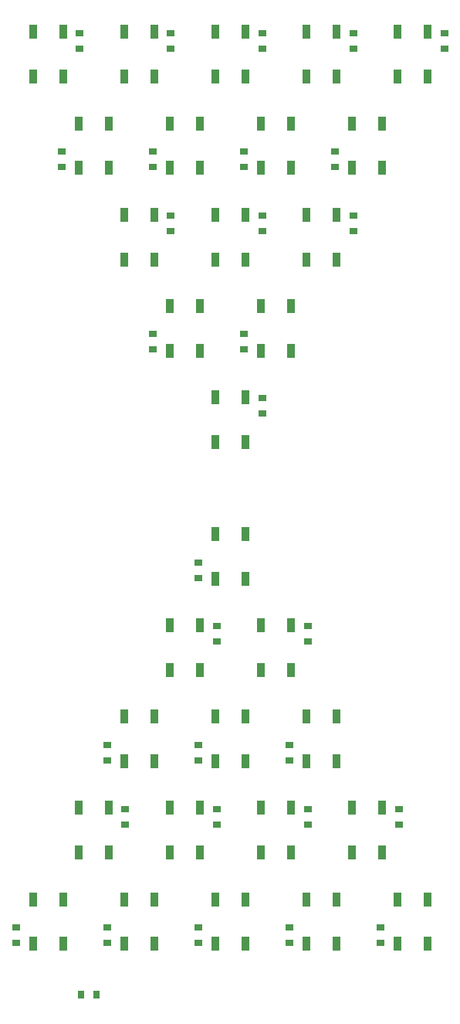
<source format=gtp>
%FSLAX33Y33*%
%MOMM*%
%AMRect-W1500000-H900001-RO0.500*
21,1,1.5,0.900001,0.,0.,270*%
%AMRect-W670710-H870710-RO1.500*
21,1,0.67071,0.87071,0.,0.,90*%
%AMRect-W1500000-H900001-RO1.500*
21,1,1.5,0.900001,0.,0.,90*%
%AMRect-W670710-H870710-RO0.500*
21,1,0.67071,0.87071,0.,0.,270*%
%AMRect-W670710-H870710-RO1.000*
21,1,0.67071,0.87071,0.,0.,180*%
%ADD10Rect-W1500000-H900001-RO0.500*%
%ADD11Rect-W670710-H870710-RO1.500*%
%ADD12Rect-W1500000-H900001-RO1.500*%
%ADD13Rect-W670710-H870710-RO0.500*%
%ADD14Rect-W670710-H870710-RO1.000*%
D10*
%LNtop paste_traces*%
%LNtop paste component 78bb79f4d4ef9cef*%
G01*
X29150Y89950D03*
X25850Y89950D03*
X25850Y85050D03*
X29150Y85050D03*
%LNtop paste component 9632a9442b6f89ac*%
D11*
X44000Y30150D03*
X44000Y31850D03*
%LNtop paste component edf55b786bae4c0b*%
D12*
X25850Y10050D03*
X29150Y10050D03*
X29150Y14950D03*
X25850Y14950D03*
%LNtop paste component b33a798229717f8e*%
D13*
X31000Y89850D03*
X31000Y88150D03*
%LNtop paste component 46774e9bea70c1fc*%
D10*
X49150Y109950D03*
X45850Y109950D03*
X45850Y105050D03*
X49150Y105050D03*
%LNtop paste component 729c25ffeae60cb0*%
D13*
X46000Y24850D03*
X46000Y23150D03*
%LNtop paste component 643cfa0a4a7bc55f*%
D10*
X34150Y44950D03*
X30850Y44950D03*
X30850Y40050D03*
X34150Y40050D03*
%LNtop paste component 546bbab6ddddc770*%
X19150Y109950D03*
X15850Y109950D03*
X15850Y105050D03*
X19150Y105050D03*
%LNtop paste component 6ded99d0cd2cfa52*%
D13*
X26000Y24850D03*
X26000Y23150D03*
%LNtop paste component 857b3b82146560ee*%
D12*
X35850Y30050D03*
X39150Y30050D03*
X39150Y34950D03*
X35850Y34950D03*
%LNtop paste component b99354407231f660*%
D13*
X36000Y24850D03*
X36000Y23150D03*
%LNtop paste component 8249a1827e869ee2*%
D12*
X25850Y30050D03*
X29150Y30050D03*
X29150Y34950D03*
X25850Y34950D03*
%LNtop paste component 68a65879f30d7429*%
D13*
X51000Y109850D03*
X51000Y108150D03*
%LNtop paste component 0d8c712de75aca83*%
D12*
X55850Y10050D03*
X59150Y10050D03*
X59150Y14950D03*
X55850Y14950D03*
%LNtop paste component b3ec8871af24f4f4*%
D13*
X41000Y109850D03*
X41000Y108150D03*
%LNtop paste component 661c3b5780ec5454*%
D11*
X34000Y30150D03*
X34000Y31850D03*
%LNtop paste component 81ca5487265ac11e*%
D13*
X41000Y69850D03*
X41000Y68150D03*
%LNtop paste component 0f473c77d03db9fb*%
D10*
X34150Y24950D03*
X30850Y24950D03*
X30850Y20050D03*
X34150Y20050D03*
%LNtop paste component 3a4a5948c1242726*%
X59150Y109950D03*
X55850Y109950D03*
X55850Y105050D03*
X59150Y105050D03*
%LNtop paste component 45417e48d4a3e197*%
D13*
X61000Y109850D03*
X61000Y108150D03*
%LNtop paste component e93c99a5b9833e13*%
D11*
X19000Y95150D03*
X19000Y96850D03*
%LNtop paste component 411ac85afb4589cd*%
D13*
X41000Y89850D03*
X41000Y88150D03*
%LNtop paste component 0e697a7ae22fa1e0*%
X21000Y109850D03*
X21000Y108150D03*
%LNtop paste component 4ebe4228d95732ea*%
D10*
X29150Y109950D03*
X25850Y109950D03*
X25850Y105050D03*
X29150Y105050D03*
%LNtop paste component febd756eba52ac16*%
D11*
X49000Y95150D03*
X49000Y96850D03*
%LNtop paste component 8250fd88380224d0*%
X54000Y10150D03*
X54000Y11850D03*
%LNtop paste component 5fd2942f328f80f7*%
X44000Y10150D03*
X44000Y11850D03*
%LNtop paste component 4616a50962192eb1*%
D10*
X39150Y109950D03*
X35850Y109950D03*
X35850Y105050D03*
X39150Y105050D03*
%LNtop paste component 3a791e676872c054*%
D11*
X34000Y50150D03*
X34000Y51850D03*
%LNtop paste component be40e38a7e9e29ab*%
D10*
X49150Y89950D03*
X45850Y89950D03*
X45850Y85050D03*
X49150Y85050D03*
%LNtop paste component 0386275a9febfab0*%
D13*
X51000Y89850D03*
X51000Y88150D03*
%LNtop paste component 24e988c1ab7b5fe1*%
D12*
X50850Y95050D03*
X54150Y95050D03*
X54150Y99950D03*
X50850Y99950D03*
%LNtop paste component 1a0c10d2cb5ce9b2*%
X15850Y10050D03*
X19150Y10050D03*
X19150Y14950D03*
X15850Y14950D03*
%LNtop paste component 1230953a1325c7b6*%
D10*
X44150Y24950D03*
X40850Y24950D03*
X40850Y20050D03*
X44150Y20050D03*
%LNtop paste component c546d080e5253e50*%
D12*
X30850Y95050D03*
X34150Y95050D03*
X34150Y99950D03*
X30850Y99950D03*
%LNtop paste component 1672a6f31d68ebfc*%
D11*
X39000Y95150D03*
X39000Y96850D03*
%LNtop paste component 05a2ec1c39ae8332*%
X14000Y10150D03*
X14000Y11850D03*
%LNtop paste component a004df87628ed95d*%
X29000Y95150D03*
X29000Y96850D03*
%LNtop paste component 06e1d416e6af600f*%
D10*
X54150Y24950D03*
X50850Y24950D03*
X50850Y20050D03*
X54150Y20050D03*
%LNtop paste component 954dc7e4fe74de73*%
D12*
X20850Y95050D03*
X24150Y95050D03*
X24150Y99950D03*
X20850Y99950D03*
%LNtop paste component 049475186770646f*%
X45850Y30050D03*
X49150Y30050D03*
X49150Y34950D03*
X45850Y34950D03*
%LNtop paste component 2aedb32cce5b9a51*%
X40850Y75050D03*
X44150Y75050D03*
X44150Y79950D03*
X40850Y79950D03*
%LNtop paste component 293159294aa54013*%
X30850Y75050D03*
X34150Y75050D03*
X34150Y79950D03*
X30850Y79950D03*
%LNtop paste component 42c45311f44bc17e*%
D13*
X31000Y109850D03*
X31000Y108150D03*
%LNtop paste component f611d0786dd54d51*%
D12*
X35850Y10050D03*
X39150Y10050D03*
X39150Y14950D03*
X35850Y14950D03*
%LNtop paste component aa6302b4ba39b99d*%
D11*
X24000Y30150D03*
X24000Y31850D03*
%LNtop paste component 91c791b21d69f68b*%
D10*
X44150Y44950D03*
X40850Y44950D03*
X40850Y40050D03*
X44150Y40050D03*
%LNtop paste component 2ed0b43c9060ed38*%
X39150Y89950D03*
X35850Y89950D03*
X35850Y85050D03*
X39150Y85050D03*
%LNtop paste component 299cb54b3b6ddb08*%
D13*
X46000Y44850D03*
X46000Y43150D03*
%LNtop paste component d915b7c9a9f9847b*%
D14*
X22850Y4500D03*
X21150Y4500D03*
%LNtop paste component 61d66c6bbd872657*%
D13*
X36000Y44850D03*
X36000Y43150D03*
%LNtop paste component d0de1577bf64b631*%
D11*
X29000Y75150D03*
X29000Y76850D03*
%LNtop paste component 189c51c64346b73c*%
D10*
X39150Y69950D03*
X35850Y69950D03*
X35850Y65050D03*
X39150Y65050D03*
%LNtop paste component 397ee49d7888836d*%
D11*
X39000Y75150D03*
X39000Y76850D03*
%LNtop paste component 1ae4372f29743ef0*%
X34000Y10150D03*
X34000Y11850D03*
%LNtop paste component 1ac4cb5dd5c5e79f*%
X24000Y10150D03*
X24000Y11850D03*
%LNtop paste component 116fb4f1640668f6*%
D12*
X35850Y50050D03*
X39150Y50050D03*
X39150Y54950D03*
X35850Y54950D03*
%LNtop paste component 0b8db6a9cdcf23f7*%
X40850Y95050D03*
X44150Y95050D03*
X44150Y99950D03*
X40850Y99950D03*
%LNtop paste component c18dd666ca29a8b1*%
D13*
X56000Y24850D03*
X56000Y23150D03*
%LNtop paste component 0603967911728634*%
D10*
X24150Y24950D03*
X20850Y24950D03*
X20850Y20050D03*
X24150Y20050D03*
%LNtop paste component bce8d5df9eeefa2e*%
D12*
X45850Y10050D03*
X49150Y10050D03*
X49150Y14950D03*
X45850Y14950D03*
M02*
</source>
